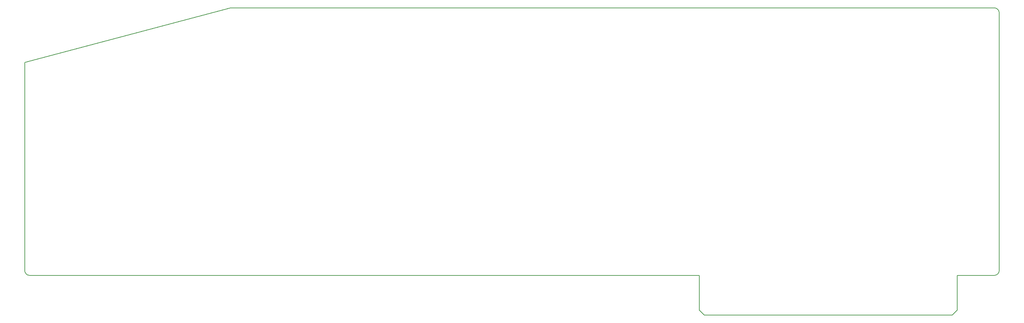
<source format=gm1>
G04 #@! TF.FileFunction,Profile,NP*
%FSLAX46Y46*%
G04 Gerber Fmt 4.6, Leading zero omitted, Abs format (unit mm)*
G04 Created by KiCad (PCBNEW 4.0.7) date 08/21/19 17:34:07*
%MOMM*%
%LPD*%
G01*
G04 APERTURE LIST*
%ADD10C,0.100000*%
%ADD11C,0.150000*%
G04 APERTURE END LIST*
D10*
D11*
X23495000Y-132080000D02*
X194945000Y-132080000D01*
X22225000Y-130810000D02*
X22225000Y-77470000D01*
X22225000Y-130810000D02*
G75*
G03X23495000Y-132080000I1270000J0D01*
G01*
X22225000Y-77470000D02*
X74930000Y-63500000D01*
X270510000Y-63500000D02*
X74930000Y-63500000D01*
X271780000Y-130810000D02*
X271780000Y-64770000D01*
X270510000Y-132080000D02*
X260985000Y-132080000D01*
X270510000Y-132080000D02*
G75*
G03X271780000Y-130810000I0J1270000D01*
G01*
X271780000Y-64770000D02*
G75*
G03X270510000Y-63500000I-1270000J0D01*
G01*
X194945000Y-140970000D02*
X194945000Y-132080000D01*
X196215000Y-142240000D02*
X194945000Y-140970000D01*
X259715000Y-142240000D02*
X196215000Y-142240000D01*
X260985000Y-140970000D02*
X259715000Y-142240000D01*
X260985000Y-140970000D02*
X260985000Y-132080000D01*
M02*

</source>
